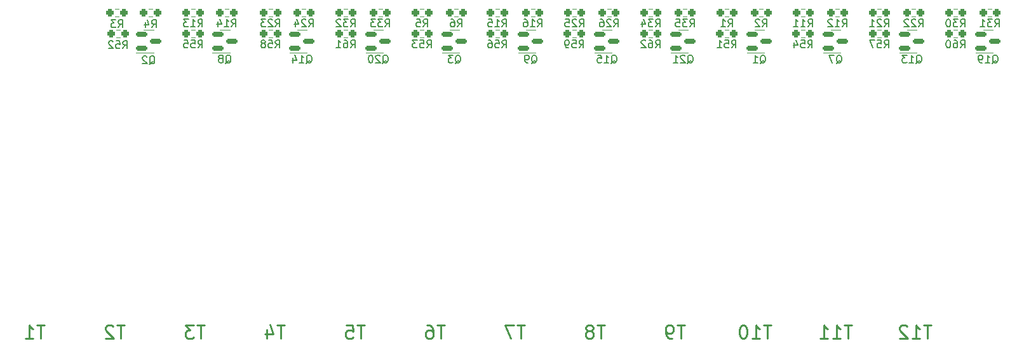
<source format=gbo>
%TF.GenerationSoftware,KiCad,Pcbnew,(6.0.10)*%
%TF.CreationDate,2023-05-07T18:06:42-05:00*%
%TF.ProjectId,Hardware_Rev1,48617264-7761-4726-955f-526576312e6b,rev?*%
%TF.SameCoordinates,Original*%
%TF.FileFunction,Legend,Bot*%
%TF.FilePolarity,Positive*%
%FSLAX46Y46*%
G04 Gerber Fmt 4.6, Leading zero omitted, Abs format (unit mm)*
G04 Created by KiCad (PCBNEW (6.0.10)) date 2023-05-07 18:06:42*
%MOMM*%
%LPD*%
G01*
G04 APERTURE LIST*
G04 Aperture macros list*
%AMRoundRect*
0 Rectangle with rounded corners*
0 $1 Rounding radius*
0 $2 $3 $4 $5 $6 $7 $8 $9 X,Y pos of 4 corners*
0 Add a 4 corners polygon primitive as box body*
4,1,4,$2,$3,$4,$5,$6,$7,$8,$9,$2,$3,0*
0 Add four circle primitives for the rounded corners*
1,1,$1+$1,$2,$3*
1,1,$1+$1,$4,$5*
1,1,$1+$1,$6,$7*
1,1,$1+$1,$8,$9*
0 Add four rect primitives between the rounded corners*
20,1,$1+$1,$2,$3,$4,$5,0*
20,1,$1+$1,$4,$5,$6,$7,0*
20,1,$1+$1,$6,$7,$8,$9,0*
20,1,$1+$1,$8,$9,$2,$3,0*%
G04 Aperture macros list end*
%ADD10C,0.254000*%
%ADD11C,0.150000*%
%ADD12C,0.120000*%
%ADD13O,3.000000X5.100000*%
%ADD14C,2.946400*%
%ADD15R,1.600000X1.600000*%
%ADD16C,1.600000*%
%ADD17C,1.524000*%
%ADD18C,1.100000*%
%ADD19C,1.400000*%
%ADD20C,4.000000*%
%ADD21C,2.000000*%
%ADD22C,1.308000*%
%ADD23C,1.208000*%
%ADD24RoundRect,0.237500X-0.250000X-0.237500X0.250000X-0.237500X0.250000X0.237500X-0.250000X0.237500X0*%
%ADD25RoundRect,0.150000X-0.587500X-0.150000X0.587500X-0.150000X0.587500X0.150000X-0.587500X0.150000X0*%
G04 APERTURE END LIST*
D10*
X188129333Y-121708333D02*
X187113333Y-121708333D01*
X187621333Y-123486333D02*
X187621333Y-121708333D01*
X185589333Y-123486333D02*
X186605333Y-123486333D01*
X186097333Y-123486333D02*
X186097333Y-121708333D01*
X186266666Y-121962333D01*
X186436000Y-122131666D01*
X186605333Y-122216333D01*
X184488666Y-121708333D02*
X184319333Y-121708333D01*
X184150000Y-121793000D01*
X184065333Y-121877666D01*
X183980666Y-122047000D01*
X183896000Y-122385666D01*
X183896000Y-122809000D01*
X183980666Y-123147666D01*
X184065333Y-123317000D01*
X184150000Y-123401666D01*
X184319333Y-123486333D01*
X184488666Y-123486333D01*
X184658000Y-123401666D01*
X184742666Y-123317000D01*
X184827333Y-123147666D01*
X184912000Y-122809000D01*
X184912000Y-122385666D01*
X184827333Y-122047000D01*
X184742666Y-121877666D01*
X184658000Y-121793000D01*
X184488666Y-121708333D01*
X155278666Y-121708333D02*
X154262666Y-121708333D01*
X154770666Y-123486333D02*
X154770666Y-121708333D01*
X153839333Y-121708333D02*
X152654000Y-121708333D01*
X153416000Y-123486333D01*
X101938666Y-121708333D02*
X100922666Y-121708333D01*
X101430666Y-123486333D02*
X101430666Y-121708333D01*
X100414666Y-121877666D02*
X100330000Y-121793000D01*
X100160666Y-121708333D01*
X99737333Y-121708333D01*
X99568000Y-121793000D01*
X99483333Y-121877666D01*
X99398666Y-122047000D01*
X99398666Y-122216333D01*
X99483333Y-122470333D01*
X100499333Y-123486333D01*
X99398666Y-123486333D01*
X133942666Y-121708333D02*
X132926666Y-121708333D01*
X133434666Y-123486333D02*
X133434666Y-121708333D01*
X131487333Y-121708333D02*
X132334000Y-121708333D01*
X132418666Y-122555000D01*
X132334000Y-122470333D01*
X132164666Y-122385666D01*
X131741333Y-122385666D01*
X131572000Y-122470333D01*
X131487333Y-122555000D01*
X131402666Y-122724333D01*
X131402666Y-123147666D01*
X131487333Y-123317000D01*
X131572000Y-123401666D01*
X131741333Y-123486333D01*
X132164666Y-123486333D01*
X132334000Y-123401666D01*
X132418666Y-123317000D01*
X112606666Y-121708333D02*
X111590666Y-121708333D01*
X112098666Y-123486333D02*
X112098666Y-121708333D01*
X111167333Y-121708333D02*
X110066666Y-121708333D01*
X110659333Y-122385666D01*
X110405333Y-122385666D01*
X110236000Y-122470333D01*
X110151333Y-122555000D01*
X110066666Y-122724333D01*
X110066666Y-123147666D01*
X110151333Y-123317000D01*
X110236000Y-123401666D01*
X110405333Y-123486333D01*
X110913333Y-123486333D01*
X111082666Y-123401666D01*
X111167333Y-123317000D01*
X123274666Y-121708333D02*
X122258666Y-121708333D01*
X122766666Y-123486333D02*
X122766666Y-121708333D01*
X120904000Y-122301000D02*
X120904000Y-123486333D01*
X121327333Y-121623666D02*
X121750666Y-122893666D01*
X120650000Y-122893666D01*
X198924333Y-121708333D02*
X197908333Y-121708333D01*
X198416333Y-123486333D02*
X198416333Y-121708333D01*
X196384333Y-123486333D02*
X197400333Y-123486333D01*
X196892333Y-123486333D02*
X196892333Y-121708333D01*
X197061666Y-121962333D01*
X197231000Y-122131666D01*
X197400333Y-122216333D01*
X194691000Y-123486333D02*
X195707000Y-123486333D01*
X195199000Y-123486333D02*
X195199000Y-121708333D01*
X195368333Y-121962333D01*
X195537666Y-122131666D01*
X195707000Y-122216333D01*
X209465333Y-121708333D02*
X208449333Y-121708333D01*
X208957333Y-123486333D02*
X208957333Y-121708333D01*
X206925333Y-123486333D02*
X207941333Y-123486333D01*
X207433333Y-123486333D02*
X207433333Y-121708333D01*
X207602666Y-121962333D01*
X207772000Y-122131666D01*
X207941333Y-122216333D01*
X206248000Y-121877666D02*
X206163333Y-121793000D01*
X205994000Y-121708333D01*
X205570666Y-121708333D01*
X205401333Y-121793000D01*
X205316666Y-121877666D01*
X205232000Y-122047000D01*
X205232000Y-122216333D01*
X205316666Y-122470333D01*
X206332666Y-123486333D01*
X205232000Y-123486333D01*
X165946666Y-121708333D02*
X164930666Y-121708333D01*
X165438666Y-123486333D02*
X165438666Y-121708333D01*
X164084000Y-122470333D02*
X164253333Y-122385666D01*
X164338000Y-122301000D01*
X164422666Y-122131666D01*
X164422666Y-122047000D01*
X164338000Y-121877666D01*
X164253333Y-121793000D01*
X164084000Y-121708333D01*
X163745333Y-121708333D01*
X163576000Y-121793000D01*
X163491333Y-121877666D01*
X163406666Y-122047000D01*
X163406666Y-122131666D01*
X163491333Y-122301000D01*
X163576000Y-122385666D01*
X163745333Y-122470333D01*
X164084000Y-122470333D01*
X164253333Y-122555000D01*
X164338000Y-122639666D01*
X164422666Y-122809000D01*
X164422666Y-123147666D01*
X164338000Y-123317000D01*
X164253333Y-123401666D01*
X164084000Y-123486333D01*
X163745333Y-123486333D01*
X163576000Y-123401666D01*
X163491333Y-123317000D01*
X163406666Y-123147666D01*
X163406666Y-122809000D01*
X163491333Y-122639666D01*
X163576000Y-122555000D01*
X163745333Y-122470333D01*
X144610666Y-121708333D02*
X143594666Y-121708333D01*
X144102666Y-123486333D02*
X144102666Y-121708333D01*
X142240000Y-121708333D02*
X142578666Y-121708333D01*
X142748000Y-121793000D01*
X142832666Y-121877666D01*
X143002000Y-122131666D01*
X143086666Y-122470333D01*
X143086666Y-123147666D01*
X143002000Y-123317000D01*
X142917333Y-123401666D01*
X142748000Y-123486333D01*
X142409333Y-123486333D01*
X142240000Y-123401666D01*
X142155333Y-123317000D01*
X142070666Y-123147666D01*
X142070666Y-122724333D01*
X142155333Y-122555000D01*
X142240000Y-122470333D01*
X142409333Y-122385666D01*
X142748000Y-122385666D01*
X142917333Y-122470333D01*
X143002000Y-122555000D01*
X143086666Y-122724333D01*
X176614666Y-121708333D02*
X175598666Y-121708333D01*
X176106666Y-123486333D02*
X176106666Y-121708333D01*
X174921333Y-123486333D02*
X174582666Y-123486333D01*
X174413333Y-123401666D01*
X174328666Y-123317000D01*
X174159333Y-123063000D01*
X174074666Y-122724333D01*
X174074666Y-122047000D01*
X174159333Y-121877666D01*
X174244000Y-121793000D01*
X174413333Y-121708333D01*
X174752000Y-121708333D01*
X174921333Y-121793000D01*
X175006000Y-121877666D01*
X175090666Y-122047000D01*
X175090666Y-122470333D01*
X175006000Y-122639666D01*
X174921333Y-122724333D01*
X174752000Y-122809000D01*
X174413333Y-122809000D01*
X174244000Y-122724333D01*
X174159333Y-122639666D01*
X174074666Y-122470333D01*
X91270666Y-121708333D02*
X90254666Y-121708333D01*
X90762666Y-123486333D02*
X90762666Y-121708333D01*
X88730666Y-123486333D02*
X89746666Y-123486333D01*
X89238666Y-123486333D02*
X89238666Y-121708333D01*
X89408000Y-121962333D01*
X89577333Y-122131666D01*
X89746666Y-122216333D01*
D11*
X105576666Y-81986380D02*
X105910000Y-81510190D01*
X106148095Y-81986380D02*
X106148095Y-80986380D01*
X105767142Y-80986380D01*
X105671904Y-81034000D01*
X105624285Y-81081619D01*
X105576666Y-81176857D01*
X105576666Y-81319714D01*
X105624285Y-81414952D01*
X105671904Y-81462571D01*
X105767142Y-81510190D01*
X106148095Y-81510190D01*
X104719523Y-81319714D02*
X104719523Y-81986380D01*
X104957619Y-80938761D02*
X105195714Y-81653047D01*
X104576666Y-81653047D01*
X111744357Y-81892380D02*
X112077690Y-81416190D01*
X112315785Y-81892380D02*
X112315785Y-80892380D01*
X111934833Y-80892380D01*
X111839595Y-80940000D01*
X111791976Y-80987619D01*
X111744357Y-81082857D01*
X111744357Y-81225714D01*
X111791976Y-81320952D01*
X111839595Y-81368571D01*
X111934833Y-81416190D01*
X112315785Y-81416190D01*
X110791976Y-81892380D02*
X111363404Y-81892380D01*
X111077690Y-81892380D02*
X111077690Y-80892380D01*
X111172928Y-81035238D01*
X111268166Y-81130476D01*
X111363404Y-81178095D01*
X110458642Y-80892380D02*
X109839595Y-80892380D01*
X110172928Y-81273333D01*
X110030071Y-81273333D01*
X109934833Y-81320952D01*
X109887214Y-81368571D01*
X109839595Y-81463809D01*
X109839595Y-81701904D01*
X109887214Y-81797142D01*
X109934833Y-81844761D01*
X110030071Y-81892380D01*
X110315785Y-81892380D01*
X110411023Y-81844761D01*
X110458642Y-81797142D01*
X146343666Y-81892380D02*
X146677000Y-81416190D01*
X146915095Y-81892380D02*
X146915095Y-80892380D01*
X146534142Y-80892380D01*
X146438904Y-80940000D01*
X146391285Y-80987619D01*
X146343666Y-81082857D01*
X146343666Y-81225714D01*
X146391285Y-81320952D01*
X146438904Y-81368571D01*
X146534142Y-81416190D01*
X146915095Y-81416190D01*
X145486523Y-80892380D02*
X145677000Y-80892380D01*
X145772238Y-80940000D01*
X145819857Y-80987619D01*
X145915095Y-81130476D01*
X145962714Y-81320952D01*
X145962714Y-81701904D01*
X145915095Y-81797142D01*
X145867476Y-81844761D01*
X145772238Y-81892380D01*
X145581761Y-81892380D01*
X145486523Y-81844761D01*
X145438904Y-81797142D01*
X145391285Y-81701904D01*
X145391285Y-81463809D01*
X145438904Y-81368571D01*
X145486523Y-81320952D01*
X145581761Y-81273333D01*
X145772238Y-81273333D01*
X145867476Y-81320952D01*
X145915095Y-81368571D01*
X145962714Y-81463809D01*
X101108166Y-81986380D02*
X101441500Y-81510190D01*
X101679595Y-81986380D02*
X101679595Y-80986380D01*
X101298642Y-80986380D01*
X101203404Y-81034000D01*
X101155785Y-81081619D01*
X101108166Y-81176857D01*
X101108166Y-81319714D01*
X101155785Y-81414952D01*
X101203404Y-81462571D01*
X101298642Y-81510190D01*
X101679595Y-81510190D01*
X100774833Y-80986380D02*
X100155785Y-80986380D01*
X100489119Y-81367333D01*
X100346261Y-81367333D01*
X100251023Y-81414952D01*
X100203404Y-81462571D01*
X100155785Y-81557809D01*
X100155785Y-81795904D01*
X100203404Y-81891142D01*
X100251023Y-81938761D01*
X100346261Y-81986380D01*
X100631976Y-81986380D01*
X100727214Y-81938761D01*
X100774833Y-81891142D01*
X146018238Y-86767619D02*
X146113476Y-86720000D01*
X146208714Y-86624761D01*
X146351571Y-86481904D01*
X146446809Y-86434285D01*
X146542047Y-86434285D01*
X146494428Y-86672380D02*
X146589666Y-86624761D01*
X146684904Y-86529523D01*
X146732523Y-86339047D01*
X146732523Y-86005714D01*
X146684904Y-85815238D01*
X146589666Y-85720000D01*
X146494428Y-85672380D01*
X146303952Y-85672380D01*
X146208714Y-85720000D01*
X146113476Y-85815238D01*
X146065857Y-86005714D01*
X146065857Y-86339047D01*
X146113476Y-86529523D01*
X146208714Y-86624761D01*
X146303952Y-86672380D01*
X146494428Y-86672380D01*
X145732523Y-85672380D02*
X145113476Y-85672380D01*
X145446809Y-86053333D01*
X145303952Y-86053333D01*
X145208714Y-86100952D01*
X145161095Y-86148571D01*
X145113476Y-86243809D01*
X145113476Y-86481904D01*
X145161095Y-86577142D01*
X145208714Y-86624761D01*
X145303952Y-86672380D01*
X145589666Y-86672380D01*
X145684904Y-86624761D01*
X145732523Y-86577142D01*
X203207857Y-81892380D02*
X203541190Y-81416190D01*
X203779285Y-81892380D02*
X203779285Y-80892380D01*
X203398333Y-80892380D01*
X203303095Y-80940000D01*
X203255476Y-80987619D01*
X203207857Y-81082857D01*
X203207857Y-81225714D01*
X203255476Y-81320952D01*
X203303095Y-81368571D01*
X203398333Y-81416190D01*
X203779285Y-81416190D01*
X202826904Y-80987619D02*
X202779285Y-80940000D01*
X202684047Y-80892380D01*
X202445952Y-80892380D01*
X202350714Y-80940000D01*
X202303095Y-80987619D01*
X202255476Y-81082857D01*
X202255476Y-81178095D01*
X202303095Y-81320952D01*
X202874523Y-81892380D01*
X202255476Y-81892380D01*
X201303095Y-81892380D02*
X201874523Y-81892380D01*
X201588809Y-81892380D02*
X201588809Y-80892380D01*
X201684047Y-81035238D01*
X201779285Y-81130476D01*
X201874523Y-81178095D01*
X152280857Y-81892380D02*
X152614190Y-81416190D01*
X152852285Y-81892380D02*
X152852285Y-80892380D01*
X152471333Y-80892380D01*
X152376095Y-80940000D01*
X152328476Y-80987619D01*
X152280857Y-81082857D01*
X152280857Y-81225714D01*
X152328476Y-81320952D01*
X152376095Y-81368571D01*
X152471333Y-81416190D01*
X152852285Y-81416190D01*
X151328476Y-81892380D02*
X151899904Y-81892380D01*
X151614190Y-81892380D02*
X151614190Y-80892380D01*
X151709428Y-81035238D01*
X151804666Y-81130476D01*
X151899904Y-81178095D01*
X150423714Y-80892380D02*
X150899904Y-80892380D01*
X150947523Y-81368571D01*
X150899904Y-81320952D01*
X150804666Y-81273333D01*
X150566571Y-81273333D01*
X150471333Y-81320952D01*
X150423714Y-81368571D01*
X150376095Y-81463809D01*
X150376095Y-81701904D01*
X150423714Y-81797142D01*
X150471333Y-81844761D01*
X150566571Y-81892380D01*
X150804666Y-81892380D01*
X150899904Y-81844761D01*
X150947523Y-81797142D01*
X132087857Y-84686380D02*
X132421190Y-84210190D01*
X132659285Y-84686380D02*
X132659285Y-83686380D01*
X132278333Y-83686380D01*
X132183095Y-83734000D01*
X132135476Y-83781619D01*
X132087857Y-83876857D01*
X132087857Y-84019714D01*
X132135476Y-84114952D01*
X132183095Y-84162571D01*
X132278333Y-84210190D01*
X132659285Y-84210190D01*
X131230714Y-83686380D02*
X131421190Y-83686380D01*
X131516428Y-83734000D01*
X131564047Y-83781619D01*
X131659285Y-83924476D01*
X131706904Y-84114952D01*
X131706904Y-84495904D01*
X131659285Y-84591142D01*
X131611666Y-84638761D01*
X131516428Y-84686380D01*
X131325952Y-84686380D01*
X131230714Y-84638761D01*
X131183095Y-84591142D01*
X131135476Y-84495904D01*
X131135476Y-84257809D01*
X131183095Y-84162571D01*
X131230714Y-84114952D01*
X131325952Y-84067333D01*
X131516428Y-84067333D01*
X131611666Y-84114952D01*
X131659285Y-84162571D01*
X131706904Y-84257809D01*
X130183095Y-84686380D02*
X130754523Y-84686380D01*
X130468809Y-84686380D02*
X130468809Y-83686380D01*
X130564047Y-83829238D01*
X130659285Y-83924476D01*
X130754523Y-83972095D01*
X176974428Y-86767619D02*
X177069666Y-86720000D01*
X177164904Y-86624761D01*
X177307761Y-86481904D01*
X177403000Y-86434285D01*
X177498238Y-86434285D01*
X177450619Y-86672380D02*
X177545857Y-86624761D01*
X177641095Y-86529523D01*
X177688714Y-86339047D01*
X177688714Y-86005714D01*
X177641095Y-85815238D01*
X177545857Y-85720000D01*
X177450619Y-85672380D01*
X177260142Y-85672380D01*
X177164904Y-85720000D01*
X177069666Y-85815238D01*
X177022047Y-86005714D01*
X177022047Y-86339047D01*
X177069666Y-86529523D01*
X177164904Y-86624761D01*
X177260142Y-86672380D01*
X177450619Y-86672380D01*
X176641095Y-85767619D02*
X176593476Y-85720000D01*
X176498238Y-85672380D01*
X176260142Y-85672380D01*
X176164904Y-85720000D01*
X176117285Y-85767619D01*
X176069666Y-85862857D01*
X176069666Y-85958095D01*
X176117285Y-86100952D01*
X176688714Y-86672380D01*
X176069666Y-86672380D01*
X175117285Y-86672380D02*
X175688714Y-86672380D01*
X175403000Y-86672380D02*
X175403000Y-85672380D01*
X175498238Y-85815238D01*
X175593476Y-85910476D01*
X175688714Y-85958095D01*
X213367857Y-84686380D02*
X213701190Y-84210190D01*
X213939285Y-84686380D02*
X213939285Y-83686380D01*
X213558333Y-83686380D01*
X213463095Y-83734000D01*
X213415476Y-83781619D01*
X213367857Y-83876857D01*
X213367857Y-84019714D01*
X213415476Y-84114952D01*
X213463095Y-84162571D01*
X213558333Y-84210190D01*
X213939285Y-84210190D01*
X212510714Y-83686380D02*
X212701190Y-83686380D01*
X212796428Y-83734000D01*
X212844047Y-83781619D01*
X212939285Y-83924476D01*
X212986904Y-84114952D01*
X212986904Y-84495904D01*
X212939285Y-84591142D01*
X212891666Y-84638761D01*
X212796428Y-84686380D01*
X212605952Y-84686380D01*
X212510714Y-84638761D01*
X212463095Y-84591142D01*
X212415476Y-84495904D01*
X212415476Y-84257809D01*
X212463095Y-84162571D01*
X212510714Y-84114952D01*
X212605952Y-84067333D01*
X212796428Y-84067333D01*
X212891666Y-84114952D01*
X212939285Y-84162571D01*
X212986904Y-84257809D01*
X211796428Y-83686380D02*
X211701190Y-83686380D01*
X211605952Y-83734000D01*
X211558333Y-83781619D01*
X211510714Y-83876857D01*
X211463095Y-84067333D01*
X211463095Y-84305428D01*
X211510714Y-84495904D01*
X211558333Y-84591142D01*
X211605952Y-84638761D01*
X211701190Y-84686380D01*
X211796428Y-84686380D01*
X211891666Y-84638761D01*
X211939285Y-84591142D01*
X211986904Y-84495904D01*
X212034523Y-84305428D01*
X212034523Y-84067333D01*
X211986904Y-83876857D01*
X211939285Y-83781619D01*
X211891666Y-83734000D01*
X211796428Y-83686380D01*
X136683357Y-81892380D02*
X137016690Y-81416190D01*
X137254785Y-81892380D02*
X137254785Y-80892380D01*
X136873833Y-80892380D01*
X136778595Y-80940000D01*
X136730976Y-80987619D01*
X136683357Y-81082857D01*
X136683357Y-81225714D01*
X136730976Y-81320952D01*
X136778595Y-81368571D01*
X136873833Y-81416190D01*
X137254785Y-81416190D01*
X136350023Y-80892380D02*
X135730976Y-80892380D01*
X136064309Y-81273333D01*
X135921452Y-81273333D01*
X135826214Y-81320952D01*
X135778595Y-81368571D01*
X135730976Y-81463809D01*
X135730976Y-81701904D01*
X135778595Y-81797142D01*
X135826214Y-81844761D01*
X135921452Y-81892380D01*
X136207166Y-81892380D01*
X136302404Y-81844761D01*
X136350023Y-81797142D01*
X135397642Y-80892380D02*
X134778595Y-80892380D01*
X135111928Y-81273333D01*
X134969071Y-81273333D01*
X134873833Y-81320952D01*
X134826214Y-81368571D01*
X134778595Y-81463809D01*
X134778595Y-81701904D01*
X134826214Y-81797142D01*
X134873833Y-81844761D01*
X134969071Y-81892380D01*
X135254785Y-81892380D01*
X135350023Y-81844761D01*
X135397642Y-81797142D01*
X132087857Y-81892380D02*
X132421190Y-81416190D01*
X132659285Y-81892380D02*
X132659285Y-80892380D01*
X132278333Y-80892380D01*
X132183095Y-80940000D01*
X132135476Y-80987619D01*
X132087857Y-81082857D01*
X132087857Y-81225714D01*
X132135476Y-81320952D01*
X132183095Y-81368571D01*
X132278333Y-81416190D01*
X132659285Y-81416190D01*
X131754523Y-80892380D02*
X131135476Y-80892380D01*
X131468809Y-81273333D01*
X131325952Y-81273333D01*
X131230714Y-81320952D01*
X131183095Y-81368571D01*
X131135476Y-81463809D01*
X131135476Y-81701904D01*
X131183095Y-81797142D01*
X131230714Y-81844761D01*
X131325952Y-81892380D01*
X131611666Y-81892380D01*
X131706904Y-81844761D01*
X131754523Y-81797142D01*
X130754523Y-80987619D02*
X130706904Y-80940000D01*
X130611666Y-80892380D01*
X130373571Y-80892380D01*
X130278333Y-80940000D01*
X130230714Y-80987619D01*
X130183095Y-81082857D01*
X130183095Y-81178095D01*
X130230714Y-81320952D01*
X130802142Y-81892380D01*
X130183095Y-81892380D01*
X162567857Y-81892380D02*
X162901190Y-81416190D01*
X163139285Y-81892380D02*
X163139285Y-80892380D01*
X162758333Y-80892380D01*
X162663095Y-80940000D01*
X162615476Y-80987619D01*
X162567857Y-81082857D01*
X162567857Y-81225714D01*
X162615476Y-81320952D01*
X162663095Y-81368571D01*
X162758333Y-81416190D01*
X163139285Y-81416190D01*
X162186904Y-80987619D02*
X162139285Y-80940000D01*
X162044047Y-80892380D01*
X161805952Y-80892380D01*
X161710714Y-80940000D01*
X161663095Y-80987619D01*
X161615476Y-81082857D01*
X161615476Y-81178095D01*
X161663095Y-81320952D01*
X162234523Y-81892380D01*
X161615476Y-81892380D01*
X160710714Y-80892380D02*
X161186904Y-80892380D01*
X161234523Y-81368571D01*
X161186904Y-81320952D01*
X161091666Y-81273333D01*
X160853571Y-81273333D01*
X160758333Y-81320952D01*
X160710714Y-81368571D01*
X160663095Y-81463809D01*
X160663095Y-81701904D01*
X160710714Y-81797142D01*
X160758333Y-81844761D01*
X160853571Y-81892380D01*
X161091666Y-81892380D01*
X161186904Y-81844761D01*
X161234523Y-81797142D01*
X105251238Y-86907619D02*
X105346476Y-86860000D01*
X105441714Y-86764761D01*
X105584571Y-86621904D01*
X105679809Y-86574285D01*
X105775047Y-86574285D01*
X105727428Y-86812380D02*
X105822666Y-86764761D01*
X105917904Y-86669523D01*
X105965523Y-86479047D01*
X105965523Y-86145714D01*
X105917904Y-85955238D01*
X105822666Y-85860000D01*
X105727428Y-85812380D01*
X105536952Y-85812380D01*
X105441714Y-85860000D01*
X105346476Y-85955238D01*
X105298857Y-86145714D01*
X105298857Y-86479047D01*
X105346476Y-86669523D01*
X105441714Y-86764761D01*
X105536952Y-86812380D01*
X105727428Y-86812380D01*
X104917904Y-85907619D02*
X104870285Y-85860000D01*
X104775047Y-85812380D01*
X104536952Y-85812380D01*
X104441714Y-85860000D01*
X104394095Y-85907619D01*
X104346476Y-86002857D01*
X104346476Y-86098095D01*
X104394095Y-86240952D01*
X104965523Y-86812380D01*
X104346476Y-86812380D01*
X172727857Y-81892380D02*
X173061190Y-81416190D01*
X173299285Y-81892380D02*
X173299285Y-80892380D01*
X172918333Y-80892380D01*
X172823095Y-80940000D01*
X172775476Y-80987619D01*
X172727857Y-81082857D01*
X172727857Y-81225714D01*
X172775476Y-81320952D01*
X172823095Y-81368571D01*
X172918333Y-81416190D01*
X173299285Y-81416190D01*
X172394523Y-80892380D02*
X171775476Y-80892380D01*
X172108809Y-81273333D01*
X171965952Y-81273333D01*
X171870714Y-81320952D01*
X171823095Y-81368571D01*
X171775476Y-81463809D01*
X171775476Y-81701904D01*
X171823095Y-81797142D01*
X171870714Y-81844761D01*
X171965952Y-81892380D01*
X172251666Y-81892380D01*
X172346904Y-81844761D01*
X172394523Y-81797142D01*
X170918333Y-81225714D02*
X170918333Y-81892380D01*
X171156428Y-80844761D02*
X171394523Y-81559047D01*
X170775476Y-81559047D01*
X122054857Y-84686380D02*
X122388190Y-84210190D01*
X122626285Y-84686380D02*
X122626285Y-83686380D01*
X122245333Y-83686380D01*
X122150095Y-83734000D01*
X122102476Y-83781619D01*
X122054857Y-83876857D01*
X122054857Y-84019714D01*
X122102476Y-84114952D01*
X122150095Y-84162571D01*
X122245333Y-84210190D01*
X122626285Y-84210190D01*
X121150095Y-83686380D02*
X121626285Y-83686380D01*
X121673904Y-84162571D01*
X121626285Y-84114952D01*
X121531047Y-84067333D01*
X121292952Y-84067333D01*
X121197714Y-84114952D01*
X121150095Y-84162571D01*
X121102476Y-84257809D01*
X121102476Y-84495904D01*
X121150095Y-84591142D01*
X121197714Y-84638761D01*
X121292952Y-84686380D01*
X121531047Y-84686380D01*
X121626285Y-84638761D01*
X121673904Y-84591142D01*
X120531047Y-84114952D02*
X120626285Y-84067333D01*
X120673904Y-84019714D01*
X120721523Y-83924476D01*
X120721523Y-83876857D01*
X120673904Y-83781619D01*
X120626285Y-83734000D01*
X120531047Y-83686380D01*
X120340571Y-83686380D01*
X120245333Y-83734000D01*
X120197714Y-83781619D01*
X120150095Y-83876857D01*
X120150095Y-83924476D01*
X120197714Y-84019714D01*
X120245333Y-84067333D01*
X120340571Y-84114952D01*
X120531047Y-84114952D01*
X120626285Y-84162571D01*
X120673904Y-84210190D01*
X120721523Y-84305428D01*
X120721523Y-84495904D01*
X120673904Y-84591142D01*
X120626285Y-84638761D01*
X120531047Y-84686380D01*
X120340571Y-84686380D01*
X120245333Y-84638761D01*
X120197714Y-84591142D01*
X120150095Y-84495904D01*
X120150095Y-84305428D01*
X120197714Y-84210190D01*
X120245333Y-84162571D01*
X120340571Y-84114952D01*
X193047857Y-81892380D02*
X193381190Y-81416190D01*
X193619285Y-81892380D02*
X193619285Y-80892380D01*
X193238333Y-80892380D01*
X193143095Y-80940000D01*
X193095476Y-80987619D01*
X193047857Y-81082857D01*
X193047857Y-81225714D01*
X193095476Y-81320952D01*
X193143095Y-81368571D01*
X193238333Y-81416190D01*
X193619285Y-81416190D01*
X192095476Y-81892380D02*
X192666904Y-81892380D01*
X192381190Y-81892380D02*
X192381190Y-80892380D01*
X192476428Y-81035238D01*
X192571666Y-81130476D01*
X192666904Y-81178095D01*
X191143095Y-81892380D02*
X191714523Y-81892380D01*
X191428809Y-81892380D02*
X191428809Y-80892380D01*
X191524047Y-81035238D01*
X191619285Y-81130476D01*
X191714523Y-81178095D01*
X142247857Y-84686380D02*
X142581190Y-84210190D01*
X142819285Y-84686380D02*
X142819285Y-83686380D01*
X142438333Y-83686380D01*
X142343095Y-83734000D01*
X142295476Y-83781619D01*
X142247857Y-83876857D01*
X142247857Y-84019714D01*
X142295476Y-84114952D01*
X142343095Y-84162571D01*
X142438333Y-84210190D01*
X142819285Y-84210190D01*
X141343095Y-83686380D02*
X141819285Y-83686380D01*
X141866904Y-84162571D01*
X141819285Y-84114952D01*
X141724047Y-84067333D01*
X141485952Y-84067333D01*
X141390714Y-84114952D01*
X141343095Y-84162571D01*
X141295476Y-84257809D01*
X141295476Y-84495904D01*
X141343095Y-84591142D01*
X141390714Y-84638761D01*
X141485952Y-84686380D01*
X141724047Y-84686380D01*
X141819285Y-84638761D01*
X141866904Y-84591142D01*
X140962142Y-83686380D02*
X140343095Y-83686380D01*
X140676428Y-84067333D01*
X140533571Y-84067333D01*
X140438333Y-84114952D01*
X140390714Y-84162571D01*
X140343095Y-84257809D01*
X140343095Y-84495904D01*
X140390714Y-84591142D01*
X140438333Y-84638761D01*
X140533571Y-84686380D01*
X140819285Y-84686380D01*
X140914523Y-84638761D01*
X140962142Y-84591142D01*
X207779857Y-81892380D02*
X208113190Y-81416190D01*
X208351285Y-81892380D02*
X208351285Y-80892380D01*
X207970333Y-80892380D01*
X207875095Y-80940000D01*
X207827476Y-80987619D01*
X207779857Y-81082857D01*
X207779857Y-81225714D01*
X207827476Y-81320952D01*
X207875095Y-81368571D01*
X207970333Y-81416190D01*
X208351285Y-81416190D01*
X207398904Y-80987619D02*
X207351285Y-80940000D01*
X207256047Y-80892380D01*
X207017952Y-80892380D01*
X206922714Y-80940000D01*
X206875095Y-80987619D01*
X206827476Y-81082857D01*
X206827476Y-81178095D01*
X206875095Y-81320952D01*
X207446523Y-81892380D01*
X206827476Y-81892380D01*
X206446523Y-80987619D02*
X206398904Y-80940000D01*
X206303666Y-80892380D01*
X206065571Y-80892380D01*
X205970333Y-80940000D01*
X205922714Y-80987619D01*
X205875095Y-81082857D01*
X205875095Y-81178095D01*
X205922714Y-81320952D01*
X206494142Y-81892380D01*
X205875095Y-81892380D01*
X182411666Y-81892380D02*
X182745000Y-81416190D01*
X182983095Y-81892380D02*
X182983095Y-80892380D01*
X182602142Y-80892380D01*
X182506904Y-80940000D01*
X182459285Y-80987619D01*
X182411666Y-81082857D01*
X182411666Y-81225714D01*
X182459285Y-81320952D01*
X182506904Y-81368571D01*
X182602142Y-81416190D01*
X182983095Y-81416190D01*
X181459285Y-81892380D02*
X182030714Y-81892380D01*
X181745000Y-81892380D02*
X181745000Y-80892380D01*
X181840238Y-81035238D01*
X181935476Y-81130476D01*
X182030714Y-81178095D01*
X196818238Y-86767619D02*
X196913476Y-86720000D01*
X197008714Y-86624761D01*
X197151571Y-86481904D01*
X197246809Y-86434285D01*
X197342047Y-86434285D01*
X197294428Y-86672380D02*
X197389666Y-86624761D01*
X197484904Y-86529523D01*
X197532523Y-86339047D01*
X197532523Y-86005714D01*
X197484904Y-85815238D01*
X197389666Y-85720000D01*
X197294428Y-85672380D01*
X197103952Y-85672380D01*
X197008714Y-85720000D01*
X196913476Y-85815238D01*
X196865857Y-86005714D01*
X196865857Y-86339047D01*
X196913476Y-86529523D01*
X197008714Y-86624761D01*
X197103952Y-86672380D01*
X197294428Y-86672380D01*
X196532523Y-85672380D02*
X195865857Y-85672380D01*
X196294428Y-86672380D01*
X115411238Y-86767619D02*
X115506476Y-86720000D01*
X115601714Y-86624761D01*
X115744571Y-86481904D01*
X115839809Y-86434285D01*
X115935047Y-86434285D01*
X115887428Y-86672380D02*
X115982666Y-86624761D01*
X116077904Y-86529523D01*
X116125523Y-86339047D01*
X116125523Y-86005714D01*
X116077904Y-85815238D01*
X115982666Y-85720000D01*
X115887428Y-85672380D01*
X115696952Y-85672380D01*
X115601714Y-85720000D01*
X115506476Y-85815238D01*
X115458857Y-86005714D01*
X115458857Y-86339047D01*
X115506476Y-86529523D01*
X115601714Y-86624761D01*
X115696952Y-86672380D01*
X115887428Y-86672380D01*
X114887428Y-86100952D02*
X114982666Y-86053333D01*
X115030285Y-86005714D01*
X115077904Y-85910476D01*
X115077904Y-85862857D01*
X115030285Y-85767619D01*
X114982666Y-85720000D01*
X114887428Y-85672380D01*
X114696952Y-85672380D01*
X114601714Y-85720000D01*
X114554095Y-85767619D01*
X114506476Y-85862857D01*
X114506476Y-85910476D01*
X114554095Y-86005714D01*
X114601714Y-86053333D01*
X114696952Y-86100952D01*
X114887428Y-86100952D01*
X114982666Y-86148571D01*
X115030285Y-86196190D01*
X115077904Y-86291428D01*
X115077904Y-86481904D01*
X115030285Y-86577142D01*
X114982666Y-86624761D01*
X114887428Y-86672380D01*
X114696952Y-86672380D01*
X114601714Y-86624761D01*
X114554095Y-86577142D01*
X114506476Y-86481904D01*
X114506476Y-86291428D01*
X114554095Y-86196190D01*
X114601714Y-86148571D01*
X114696952Y-86100952D01*
X217614428Y-86767619D02*
X217709666Y-86720000D01*
X217804904Y-86624761D01*
X217947761Y-86481904D01*
X218043000Y-86434285D01*
X218138238Y-86434285D01*
X218090619Y-86672380D02*
X218185857Y-86624761D01*
X218281095Y-86529523D01*
X218328714Y-86339047D01*
X218328714Y-86005714D01*
X218281095Y-85815238D01*
X218185857Y-85720000D01*
X218090619Y-85672380D01*
X217900142Y-85672380D01*
X217804904Y-85720000D01*
X217709666Y-85815238D01*
X217662047Y-86005714D01*
X217662047Y-86339047D01*
X217709666Y-86529523D01*
X217804904Y-86624761D01*
X217900142Y-86672380D01*
X218090619Y-86672380D01*
X216709666Y-86672380D02*
X217281095Y-86672380D01*
X216995380Y-86672380D02*
X216995380Y-85672380D01*
X217090619Y-85815238D01*
X217185857Y-85910476D01*
X217281095Y-85958095D01*
X216233476Y-86672380D02*
X216043000Y-86672380D01*
X215947761Y-86624761D01*
X215900142Y-86577142D01*
X215804904Y-86434285D01*
X215757285Y-86243809D01*
X215757285Y-85862857D01*
X215804904Y-85767619D01*
X215852523Y-85720000D01*
X215947761Y-85672380D01*
X216138238Y-85672380D01*
X216233476Y-85720000D01*
X216281095Y-85767619D01*
X216328714Y-85862857D01*
X216328714Y-86100952D01*
X216281095Y-86196190D01*
X216233476Y-86243809D01*
X216138238Y-86291428D01*
X215947761Y-86291428D01*
X215852523Y-86243809D01*
X215804904Y-86196190D01*
X215757285Y-86100952D01*
X101734857Y-84780380D02*
X102068190Y-84304190D01*
X102306285Y-84780380D02*
X102306285Y-83780380D01*
X101925333Y-83780380D01*
X101830095Y-83828000D01*
X101782476Y-83875619D01*
X101734857Y-83970857D01*
X101734857Y-84113714D01*
X101782476Y-84208952D01*
X101830095Y-84256571D01*
X101925333Y-84304190D01*
X102306285Y-84304190D01*
X100830095Y-83780380D02*
X101306285Y-83780380D01*
X101353904Y-84256571D01*
X101306285Y-84208952D01*
X101211047Y-84161333D01*
X100972952Y-84161333D01*
X100877714Y-84208952D01*
X100830095Y-84256571D01*
X100782476Y-84351809D01*
X100782476Y-84589904D01*
X100830095Y-84685142D01*
X100877714Y-84732761D01*
X100972952Y-84780380D01*
X101211047Y-84780380D01*
X101306285Y-84732761D01*
X101353904Y-84685142D01*
X100401523Y-83875619D02*
X100353904Y-83828000D01*
X100258666Y-83780380D01*
X100020571Y-83780380D01*
X99925333Y-83828000D01*
X99877714Y-83875619D01*
X99830095Y-83970857D01*
X99830095Y-84066095D01*
X99877714Y-84208952D01*
X100449142Y-84780380D01*
X99830095Y-84780380D01*
X186658238Y-86767619D02*
X186753476Y-86720000D01*
X186848714Y-86624761D01*
X186991571Y-86481904D01*
X187086809Y-86434285D01*
X187182047Y-86434285D01*
X187134428Y-86672380D02*
X187229666Y-86624761D01*
X187324904Y-86529523D01*
X187372523Y-86339047D01*
X187372523Y-86005714D01*
X187324904Y-85815238D01*
X187229666Y-85720000D01*
X187134428Y-85672380D01*
X186943952Y-85672380D01*
X186848714Y-85720000D01*
X186753476Y-85815238D01*
X186705857Y-86005714D01*
X186705857Y-86339047D01*
X186753476Y-86529523D01*
X186848714Y-86624761D01*
X186943952Y-86672380D01*
X187134428Y-86672380D01*
X185753476Y-86672380D02*
X186324904Y-86672380D01*
X186039190Y-86672380D02*
X186039190Y-85672380D01*
X186134428Y-85815238D01*
X186229666Y-85910476D01*
X186324904Y-85958095D01*
X156178238Y-86767619D02*
X156273476Y-86720000D01*
X156368714Y-86624761D01*
X156511571Y-86481904D01*
X156606809Y-86434285D01*
X156702047Y-86434285D01*
X156654428Y-86672380D02*
X156749666Y-86624761D01*
X156844904Y-86529523D01*
X156892523Y-86339047D01*
X156892523Y-86005714D01*
X156844904Y-85815238D01*
X156749666Y-85720000D01*
X156654428Y-85672380D01*
X156463952Y-85672380D01*
X156368714Y-85720000D01*
X156273476Y-85815238D01*
X156225857Y-86005714D01*
X156225857Y-86339047D01*
X156273476Y-86529523D01*
X156368714Y-86624761D01*
X156463952Y-86672380D01*
X156654428Y-86672380D01*
X155749666Y-86672380D02*
X155559190Y-86672380D01*
X155463952Y-86624761D01*
X155416333Y-86577142D01*
X155321095Y-86434285D01*
X155273476Y-86243809D01*
X155273476Y-85862857D01*
X155321095Y-85767619D01*
X155368714Y-85720000D01*
X155463952Y-85672380D01*
X155654428Y-85672380D01*
X155749666Y-85720000D01*
X155797285Y-85767619D01*
X155844904Y-85862857D01*
X155844904Y-86100952D01*
X155797285Y-86196190D01*
X155749666Y-86243809D01*
X155654428Y-86291428D01*
X155463952Y-86291428D01*
X155368714Y-86243809D01*
X155321095Y-86196190D01*
X155273476Y-86100952D01*
X116212857Y-81892380D02*
X116546190Y-81416190D01*
X116784285Y-81892380D02*
X116784285Y-80892380D01*
X116403333Y-80892380D01*
X116308095Y-80940000D01*
X116260476Y-80987619D01*
X116212857Y-81082857D01*
X116212857Y-81225714D01*
X116260476Y-81320952D01*
X116308095Y-81368571D01*
X116403333Y-81416190D01*
X116784285Y-81416190D01*
X115260476Y-81892380D02*
X115831904Y-81892380D01*
X115546190Y-81892380D02*
X115546190Y-80892380D01*
X115641428Y-81035238D01*
X115736666Y-81130476D01*
X115831904Y-81178095D01*
X114403333Y-81225714D02*
X114403333Y-81892380D01*
X114641428Y-80844761D02*
X114879523Y-81559047D01*
X114260476Y-81559047D01*
X217939857Y-81892380D02*
X218273190Y-81416190D01*
X218511285Y-81892380D02*
X218511285Y-80892380D01*
X218130333Y-80892380D01*
X218035095Y-80940000D01*
X217987476Y-80987619D01*
X217939857Y-81082857D01*
X217939857Y-81225714D01*
X217987476Y-81320952D01*
X218035095Y-81368571D01*
X218130333Y-81416190D01*
X218511285Y-81416190D01*
X217606523Y-80892380D02*
X216987476Y-80892380D01*
X217320809Y-81273333D01*
X217177952Y-81273333D01*
X217082714Y-81320952D01*
X217035095Y-81368571D01*
X216987476Y-81463809D01*
X216987476Y-81701904D01*
X217035095Y-81797142D01*
X217082714Y-81844761D01*
X217177952Y-81892380D01*
X217463666Y-81892380D01*
X217558904Y-81844761D01*
X217606523Y-81797142D01*
X216035095Y-81892380D02*
X216606523Y-81892380D01*
X216320809Y-81892380D02*
X216320809Y-80892380D01*
X216416047Y-81035238D01*
X216511285Y-81130476D01*
X216606523Y-81178095D01*
X167163357Y-81892380D02*
X167496690Y-81416190D01*
X167734785Y-81892380D02*
X167734785Y-80892380D01*
X167353833Y-80892380D01*
X167258595Y-80940000D01*
X167210976Y-80987619D01*
X167163357Y-81082857D01*
X167163357Y-81225714D01*
X167210976Y-81320952D01*
X167258595Y-81368571D01*
X167353833Y-81416190D01*
X167734785Y-81416190D01*
X166782404Y-80987619D02*
X166734785Y-80940000D01*
X166639547Y-80892380D01*
X166401452Y-80892380D01*
X166306214Y-80940000D01*
X166258595Y-80987619D01*
X166210976Y-81082857D01*
X166210976Y-81178095D01*
X166258595Y-81320952D01*
X166830023Y-81892380D01*
X166210976Y-81892380D01*
X165353833Y-80892380D02*
X165544309Y-80892380D01*
X165639547Y-80940000D01*
X165687166Y-80987619D01*
X165782404Y-81130476D01*
X165830023Y-81320952D01*
X165830023Y-81701904D01*
X165782404Y-81797142D01*
X165734785Y-81844761D01*
X165639547Y-81892380D01*
X165449071Y-81892380D01*
X165353833Y-81844761D01*
X165306214Y-81797142D01*
X165258595Y-81701904D01*
X165258595Y-81463809D01*
X165306214Y-81368571D01*
X165353833Y-81320952D01*
X165449071Y-81273333D01*
X165639547Y-81273333D01*
X165734785Y-81320952D01*
X165782404Y-81368571D01*
X165830023Y-81463809D01*
X122054857Y-81892380D02*
X122388190Y-81416190D01*
X122626285Y-81892380D02*
X122626285Y-80892380D01*
X122245333Y-80892380D01*
X122150095Y-80940000D01*
X122102476Y-80987619D01*
X122054857Y-81082857D01*
X122054857Y-81225714D01*
X122102476Y-81320952D01*
X122150095Y-81368571D01*
X122245333Y-81416190D01*
X122626285Y-81416190D01*
X121673904Y-80987619D02*
X121626285Y-80940000D01*
X121531047Y-80892380D01*
X121292952Y-80892380D01*
X121197714Y-80940000D01*
X121150095Y-80987619D01*
X121102476Y-81082857D01*
X121102476Y-81178095D01*
X121150095Y-81320952D01*
X121721523Y-81892380D01*
X121102476Y-81892380D01*
X120769142Y-80892380D02*
X120150095Y-80892380D01*
X120483428Y-81273333D01*
X120340571Y-81273333D01*
X120245333Y-81320952D01*
X120197714Y-81368571D01*
X120150095Y-81463809D01*
X120150095Y-81701904D01*
X120197714Y-81797142D01*
X120245333Y-81844761D01*
X120340571Y-81892380D01*
X120626285Y-81892380D01*
X120721523Y-81844761D01*
X120769142Y-81797142D01*
X162544357Y-84686380D02*
X162877690Y-84210190D01*
X163115785Y-84686380D02*
X163115785Y-83686380D01*
X162734833Y-83686380D01*
X162639595Y-83734000D01*
X162591976Y-83781619D01*
X162544357Y-83876857D01*
X162544357Y-84019714D01*
X162591976Y-84114952D01*
X162639595Y-84162571D01*
X162734833Y-84210190D01*
X163115785Y-84210190D01*
X161639595Y-83686380D02*
X162115785Y-83686380D01*
X162163404Y-84162571D01*
X162115785Y-84114952D01*
X162020547Y-84067333D01*
X161782452Y-84067333D01*
X161687214Y-84114952D01*
X161639595Y-84162571D01*
X161591976Y-84257809D01*
X161591976Y-84495904D01*
X161639595Y-84591142D01*
X161687214Y-84638761D01*
X161782452Y-84686380D01*
X162020547Y-84686380D01*
X162115785Y-84638761D01*
X162163404Y-84591142D01*
X161115785Y-84686380D02*
X160925309Y-84686380D01*
X160830071Y-84638761D01*
X160782452Y-84591142D01*
X160687214Y-84448285D01*
X160639595Y-84257809D01*
X160639595Y-83876857D01*
X160687214Y-83781619D01*
X160734833Y-83734000D01*
X160830071Y-83686380D01*
X161020547Y-83686380D01*
X161115785Y-83734000D01*
X161163404Y-83781619D01*
X161211023Y-83876857D01*
X161211023Y-84114952D01*
X161163404Y-84210190D01*
X161115785Y-84257809D01*
X161020547Y-84305428D01*
X160830071Y-84305428D01*
X160734833Y-84257809D01*
X160687214Y-84210190D01*
X160639595Y-84114952D01*
X193024357Y-84686380D02*
X193357690Y-84210190D01*
X193595785Y-84686380D02*
X193595785Y-83686380D01*
X193214833Y-83686380D01*
X193119595Y-83734000D01*
X193071976Y-83781619D01*
X193024357Y-83876857D01*
X193024357Y-84019714D01*
X193071976Y-84114952D01*
X193119595Y-84162571D01*
X193214833Y-84210190D01*
X193595785Y-84210190D01*
X192119595Y-83686380D02*
X192595785Y-83686380D01*
X192643404Y-84162571D01*
X192595785Y-84114952D01*
X192500547Y-84067333D01*
X192262452Y-84067333D01*
X192167214Y-84114952D01*
X192119595Y-84162571D01*
X192071976Y-84257809D01*
X192071976Y-84495904D01*
X192119595Y-84591142D01*
X192167214Y-84638761D01*
X192262452Y-84686380D01*
X192500547Y-84686380D01*
X192595785Y-84638761D01*
X192643404Y-84591142D01*
X191214833Y-84019714D02*
X191214833Y-84686380D01*
X191452928Y-83638761D02*
X191691023Y-84353047D01*
X191071976Y-84353047D01*
X213367857Y-81892380D02*
X213701190Y-81416190D01*
X213939285Y-81892380D02*
X213939285Y-80892380D01*
X213558333Y-80892380D01*
X213463095Y-80940000D01*
X213415476Y-80987619D01*
X213367857Y-81082857D01*
X213367857Y-81225714D01*
X213415476Y-81320952D01*
X213463095Y-81368571D01*
X213558333Y-81416190D01*
X213939285Y-81416190D01*
X213034523Y-80892380D02*
X212415476Y-80892380D01*
X212748809Y-81273333D01*
X212605952Y-81273333D01*
X212510714Y-81320952D01*
X212463095Y-81368571D01*
X212415476Y-81463809D01*
X212415476Y-81701904D01*
X212463095Y-81797142D01*
X212510714Y-81844761D01*
X212605952Y-81892380D01*
X212891666Y-81892380D01*
X212986904Y-81844761D01*
X213034523Y-81797142D01*
X211796428Y-80892380D02*
X211701190Y-80892380D01*
X211605952Y-80940000D01*
X211558333Y-80987619D01*
X211510714Y-81082857D01*
X211463095Y-81273333D01*
X211463095Y-81511428D01*
X211510714Y-81701904D01*
X211558333Y-81797142D01*
X211605952Y-81844761D01*
X211701190Y-81892380D01*
X211796428Y-81892380D01*
X211891666Y-81844761D01*
X211939285Y-81797142D01*
X211986904Y-81701904D01*
X212034523Y-81511428D01*
X212034523Y-81273333D01*
X211986904Y-81082857D01*
X211939285Y-80987619D01*
X211891666Y-80940000D01*
X211796428Y-80892380D01*
X197619857Y-81892380D02*
X197953190Y-81416190D01*
X198191285Y-81892380D02*
X198191285Y-80892380D01*
X197810333Y-80892380D01*
X197715095Y-80940000D01*
X197667476Y-80987619D01*
X197619857Y-81082857D01*
X197619857Y-81225714D01*
X197667476Y-81320952D01*
X197715095Y-81368571D01*
X197810333Y-81416190D01*
X198191285Y-81416190D01*
X196667476Y-81892380D02*
X197238904Y-81892380D01*
X196953190Y-81892380D02*
X196953190Y-80892380D01*
X197048428Y-81035238D01*
X197143666Y-81130476D01*
X197238904Y-81178095D01*
X196286523Y-80987619D02*
X196238904Y-80940000D01*
X196143666Y-80892380D01*
X195905571Y-80892380D01*
X195810333Y-80940000D01*
X195762714Y-80987619D01*
X195715095Y-81082857D01*
X195715095Y-81178095D01*
X195762714Y-81320952D01*
X196334142Y-81892380D01*
X195715095Y-81892380D01*
X141771666Y-81892380D02*
X142105000Y-81416190D01*
X142343095Y-81892380D02*
X142343095Y-80892380D01*
X141962142Y-80892380D01*
X141866904Y-80940000D01*
X141819285Y-80987619D01*
X141771666Y-81082857D01*
X141771666Y-81225714D01*
X141819285Y-81320952D01*
X141866904Y-81368571D01*
X141962142Y-81416190D01*
X142343095Y-81416190D01*
X140866904Y-80892380D02*
X141343095Y-80892380D01*
X141390714Y-81368571D01*
X141343095Y-81320952D01*
X141247857Y-81273333D01*
X141009761Y-81273333D01*
X140914523Y-81320952D01*
X140866904Y-81368571D01*
X140819285Y-81463809D01*
X140819285Y-81701904D01*
X140866904Y-81797142D01*
X140914523Y-81844761D01*
X141009761Y-81892380D01*
X141247857Y-81892380D01*
X141343095Y-81844761D01*
X141390714Y-81797142D01*
X182864357Y-84686380D02*
X183197690Y-84210190D01*
X183435785Y-84686380D02*
X183435785Y-83686380D01*
X183054833Y-83686380D01*
X182959595Y-83734000D01*
X182911976Y-83781619D01*
X182864357Y-83876857D01*
X182864357Y-84019714D01*
X182911976Y-84114952D01*
X182959595Y-84162571D01*
X183054833Y-84210190D01*
X183435785Y-84210190D01*
X181959595Y-83686380D02*
X182435785Y-83686380D01*
X182483404Y-84162571D01*
X182435785Y-84114952D01*
X182340547Y-84067333D01*
X182102452Y-84067333D01*
X182007214Y-84114952D01*
X181959595Y-84162571D01*
X181911976Y-84257809D01*
X181911976Y-84495904D01*
X181959595Y-84591142D01*
X182007214Y-84638761D01*
X182102452Y-84686380D01*
X182340547Y-84686380D01*
X182435785Y-84638761D01*
X182483404Y-84591142D01*
X180959595Y-84686380D02*
X181531023Y-84686380D01*
X181245309Y-84686380D02*
X181245309Y-83686380D01*
X181340547Y-83829238D01*
X181435785Y-83924476D01*
X181531023Y-83972095D01*
X152280857Y-84686380D02*
X152614190Y-84210190D01*
X152852285Y-84686380D02*
X152852285Y-83686380D01*
X152471333Y-83686380D01*
X152376095Y-83734000D01*
X152328476Y-83781619D01*
X152280857Y-83876857D01*
X152280857Y-84019714D01*
X152328476Y-84114952D01*
X152376095Y-84162571D01*
X152471333Y-84210190D01*
X152852285Y-84210190D01*
X151376095Y-83686380D02*
X151852285Y-83686380D01*
X151899904Y-84162571D01*
X151852285Y-84114952D01*
X151757047Y-84067333D01*
X151518952Y-84067333D01*
X151423714Y-84114952D01*
X151376095Y-84162571D01*
X151328476Y-84257809D01*
X151328476Y-84495904D01*
X151376095Y-84591142D01*
X151423714Y-84638761D01*
X151518952Y-84686380D01*
X151757047Y-84686380D01*
X151852285Y-84638761D01*
X151899904Y-84591142D01*
X150471333Y-83686380D02*
X150661809Y-83686380D01*
X150757047Y-83734000D01*
X150804666Y-83781619D01*
X150899904Y-83924476D01*
X150947523Y-84114952D01*
X150947523Y-84495904D01*
X150899904Y-84591142D01*
X150852285Y-84638761D01*
X150757047Y-84686380D01*
X150566571Y-84686380D01*
X150471333Y-84638761D01*
X150423714Y-84591142D01*
X150376095Y-84495904D01*
X150376095Y-84257809D01*
X150423714Y-84162571D01*
X150471333Y-84114952D01*
X150566571Y-84067333D01*
X150757047Y-84067333D01*
X150852285Y-84114952D01*
X150899904Y-84162571D01*
X150947523Y-84257809D01*
X136334428Y-86767619D02*
X136429666Y-86720000D01*
X136524904Y-86624761D01*
X136667761Y-86481904D01*
X136763000Y-86434285D01*
X136858238Y-86434285D01*
X136810619Y-86672380D02*
X136905857Y-86624761D01*
X137001095Y-86529523D01*
X137048714Y-86339047D01*
X137048714Y-86005714D01*
X137001095Y-85815238D01*
X136905857Y-85720000D01*
X136810619Y-85672380D01*
X136620142Y-85672380D01*
X136524904Y-85720000D01*
X136429666Y-85815238D01*
X136382047Y-86005714D01*
X136382047Y-86339047D01*
X136429666Y-86529523D01*
X136524904Y-86624761D01*
X136620142Y-86672380D01*
X136810619Y-86672380D01*
X136001095Y-85767619D02*
X135953476Y-85720000D01*
X135858238Y-85672380D01*
X135620142Y-85672380D01*
X135524904Y-85720000D01*
X135477285Y-85767619D01*
X135429666Y-85862857D01*
X135429666Y-85958095D01*
X135477285Y-86100952D01*
X136048714Y-86672380D01*
X135429666Y-86672380D01*
X134810619Y-85672380D02*
X134715380Y-85672380D01*
X134620142Y-85720000D01*
X134572523Y-85767619D01*
X134524904Y-85862857D01*
X134477285Y-86053333D01*
X134477285Y-86291428D01*
X134524904Y-86481904D01*
X134572523Y-86577142D01*
X134620142Y-86624761D01*
X134715380Y-86672380D01*
X134810619Y-86672380D01*
X134905857Y-86624761D01*
X134953476Y-86577142D01*
X135001095Y-86481904D01*
X135048714Y-86291428D01*
X135048714Y-86053333D01*
X135001095Y-85862857D01*
X134953476Y-85767619D01*
X134905857Y-85720000D01*
X134810619Y-85672380D01*
X172727857Y-84686380D02*
X173061190Y-84210190D01*
X173299285Y-84686380D02*
X173299285Y-83686380D01*
X172918333Y-83686380D01*
X172823095Y-83734000D01*
X172775476Y-83781619D01*
X172727857Y-83876857D01*
X172727857Y-84019714D01*
X172775476Y-84114952D01*
X172823095Y-84162571D01*
X172918333Y-84210190D01*
X173299285Y-84210190D01*
X171870714Y-83686380D02*
X172061190Y-83686380D01*
X172156428Y-83734000D01*
X172204047Y-83781619D01*
X172299285Y-83924476D01*
X172346904Y-84114952D01*
X172346904Y-84495904D01*
X172299285Y-84591142D01*
X172251666Y-84638761D01*
X172156428Y-84686380D01*
X171965952Y-84686380D01*
X171870714Y-84638761D01*
X171823095Y-84591142D01*
X171775476Y-84495904D01*
X171775476Y-84257809D01*
X171823095Y-84162571D01*
X171870714Y-84114952D01*
X171965952Y-84067333D01*
X172156428Y-84067333D01*
X172251666Y-84114952D01*
X172299285Y-84162571D01*
X172346904Y-84257809D01*
X171394523Y-83781619D02*
X171346904Y-83734000D01*
X171251666Y-83686380D01*
X171013571Y-83686380D01*
X170918333Y-83734000D01*
X170870714Y-83781619D01*
X170823095Y-83876857D01*
X170823095Y-83972095D01*
X170870714Y-84114952D01*
X171442142Y-84686380D01*
X170823095Y-84686380D01*
X157003357Y-81892380D02*
X157336690Y-81416190D01*
X157574785Y-81892380D02*
X157574785Y-80892380D01*
X157193833Y-80892380D01*
X157098595Y-80940000D01*
X157050976Y-80987619D01*
X157003357Y-81082857D01*
X157003357Y-81225714D01*
X157050976Y-81320952D01*
X157098595Y-81368571D01*
X157193833Y-81416190D01*
X157574785Y-81416190D01*
X156050976Y-81892380D02*
X156622404Y-81892380D01*
X156336690Y-81892380D02*
X156336690Y-80892380D01*
X156431928Y-81035238D01*
X156527166Y-81130476D01*
X156622404Y-81178095D01*
X155193833Y-80892380D02*
X155384309Y-80892380D01*
X155479547Y-80940000D01*
X155527166Y-80987619D01*
X155622404Y-81130476D01*
X155670023Y-81320952D01*
X155670023Y-81701904D01*
X155622404Y-81797142D01*
X155574785Y-81844761D01*
X155479547Y-81892380D01*
X155289071Y-81892380D01*
X155193833Y-81844761D01*
X155146214Y-81797142D01*
X155098595Y-81701904D01*
X155098595Y-81463809D01*
X155146214Y-81368571D01*
X155193833Y-81320952D01*
X155289071Y-81273333D01*
X155479547Y-81273333D01*
X155574785Y-81320952D01*
X155622404Y-81368571D01*
X155670023Y-81463809D01*
X177299857Y-81892380D02*
X177633190Y-81416190D01*
X177871285Y-81892380D02*
X177871285Y-80892380D01*
X177490333Y-80892380D01*
X177395095Y-80940000D01*
X177347476Y-80987619D01*
X177299857Y-81082857D01*
X177299857Y-81225714D01*
X177347476Y-81320952D01*
X177395095Y-81368571D01*
X177490333Y-81416190D01*
X177871285Y-81416190D01*
X176966523Y-80892380D02*
X176347476Y-80892380D01*
X176680809Y-81273333D01*
X176537952Y-81273333D01*
X176442714Y-81320952D01*
X176395095Y-81368571D01*
X176347476Y-81463809D01*
X176347476Y-81701904D01*
X176395095Y-81797142D01*
X176442714Y-81844761D01*
X176537952Y-81892380D01*
X176823666Y-81892380D01*
X176918904Y-81844761D01*
X176966523Y-81797142D01*
X175442714Y-80892380D02*
X175918904Y-80892380D01*
X175966523Y-81368571D01*
X175918904Y-81320952D01*
X175823666Y-81273333D01*
X175585571Y-81273333D01*
X175490333Y-81320952D01*
X175442714Y-81368571D01*
X175395095Y-81463809D01*
X175395095Y-81701904D01*
X175442714Y-81797142D01*
X175490333Y-81844761D01*
X175585571Y-81892380D01*
X175823666Y-81892380D01*
X175918904Y-81844761D01*
X175966523Y-81797142D01*
X166814428Y-86767619D02*
X166909666Y-86720000D01*
X167004904Y-86624761D01*
X167147761Y-86481904D01*
X167243000Y-86434285D01*
X167338238Y-86434285D01*
X167290619Y-86672380D02*
X167385857Y-86624761D01*
X167481095Y-86529523D01*
X167528714Y-86339047D01*
X167528714Y-86005714D01*
X167481095Y-85815238D01*
X167385857Y-85720000D01*
X167290619Y-85672380D01*
X167100142Y-85672380D01*
X167004904Y-85720000D01*
X166909666Y-85815238D01*
X166862047Y-86005714D01*
X166862047Y-86339047D01*
X166909666Y-86529523D01*
X167004904Y-86624761D01*
X167100142Y-86672380D01*
X167290619Y-86672380D01*
X165909666Y-86672380D02*
X166481095Y-86672380D01*
X166195380Y-86672380D02*
X166195380Y-85672380D01*
X166290619Y-85815238D01*
X166385857Y-85910476D01*
X166481095Y-85958095D01*
X165004904Y-85672380D02*
X165481095Y-85672380D01*
X165528714Y-86148571D01*
X165481095Y-86100952D01*
X165385857Y-86053333D01*
X165147761Y-86053333D01*
X165052523Y-86100952D01*
X165004904Y-86148571D01*
X164957285Y-86243809D01*
X164957285Y-86481904D01*
X165004904Y-86577142D01*
X165052523Y-86624761D01*
X165147761Y-86672380D01*
X165385857Y-86672380D01*
X165481095Y-86624761D01*
X165528714Y-86577142D01*
X203207857Y-84686380D02*
X203541190Y-84210190D01*
X203779285Y-84686380D02*
X203779285Y-83686380D01*
X203398333Y-83686380D01*
X203303095Y-83734000D01*
X203255476Y-83781619D01*
X203207857Y-83876857D01*
X203207857Y-84019714D01*
X203255476Y-84114952D01*
X203303095Y-84162571D01*
X203398333Y-84210190D01*
X203779285Y-84210190D01*
X202303095Y-83686380D02*
X202779285Y-83686380D01*
X202826904Y-84162571D01*
X202779285Y-84114952D01*
X202684047Y-84067333D01*
X202445952Y-84067333D01*
X202350714Y-84114952D01*
X202303095Y-84162571D01*
X202255476Y-84257809D01*
X202255476Y-84495904D01*
X202303095Y-84591142D01*
X202350714Y-84638761D01*
X202445952Y-84686380D01*
X202684047Y-84686380D01*
X202779285Y-84638761D01*
X202826904Y-84591142D01*
X201922142Y-83686380D02*
X201255476Y-83686380D01*
X201684047Y-84686380D01*
X111744357Y-84686380D02*
X112077690Y-84210190D01*
X112315785Y-84686380D02*
X112315785Y-83686380D01*
X111934833Y-83686380D01*
X111839595Y-83734000D01*
X111791976Y-83781619D01*
X111744357Y-83876857D01*
X111744357Y-84019714D01*
X111791976Y-84114952D01*
X111839595Y-84162571D01*
X111934833Y-84210190D01*
X112315785Y-84210190D01*
X110839595Y-83686380D02*
X111315785Y-83686380D01*
X111363404Y-84162571D01*
X111315785Y-84114952D01*
X111220547Y-84067333D01*
X110982452Y-84067333D01*
X110887214Y-84114952D01*
X110839595Y-84162571D01*
X110791976Y-84257809D01*
X110791976Y-84495904D01*
X110839595Y-84591142D01*
X110887214Y-84638761D01*
X110982452Y-84686380D01*
X111220547Y-84686380D01*
X111315785Y-84638761D01*
X111363404Y-84591142D01*
X109887214Y-83686380D02*
X110363404Y-83686380D01*
X110411023Y-84162571D01*
X110363404Y-84114952D01*
X110268166Y-84067333D01*
X110030071Y-84067333D01*
X109934833Y-84114952D01*
X109887214Y-84162571D01*
X109839595Y-84257809D01*
X109839595Y-84495904D01*
X109887214Y-84591142D01*
X109934833Y-84638761D01*
X110030071Y-84686380D01*
X110268166Y-84686380D01*
X110363404Y-84638761D01*
X110411023Y-84591142D01*
X126174428Y-86767619D02*
X126269666Y-86720000D01*
X126364904Y-86624761D01*
X126507761Y-86481904D01*
X126603000Y-86434285D01*
X126698238Y-86434285D01*
X126650619Y-86672380D02*
X126745857Y-86624761D01*
X126841095Y-86529523D01*
X126888714Y-86339047D01*
X126888714Y-86005714D01*
X126841095Y-85815238D01*
X126745857Y-85720000D01*
X126650619Y-85672380D01*
X126460142Y-85672380D01*
X126364904Y-85720000D01*
X126269666Y-85815238D01*
X126222047Y-86005714D01*
X126222047Y-86339047D01*
X126269666Y-86529523D01*
X126364904Y-86624761D01*
X126460142Y-86672380D01*
X126650619Y-86672380D01*
X125269666Y-86672380D02*
X125841095Y-86672380D01*
X125555380Y-86672380D02*
X125555380Y-85672380D01*
X125650619Y-85815238D01*
X125745857Y-85910476D01*
X125841095Y-85958095D01*
X124412523Y-86005714D02*
X124412523Y-86672380D01*
X124650619Y-85624761D02*
X124888714Y-86339047D01*
X124269666Y-86339047D01*
X207454428Y-86767619D02*
X207549666Y-86720000D01*
X207644904Y-86624761D01*
X207787761Y-86481904D01*
X207883000Y-86434285D01*
X207978238Y-86434285D01*
X207930619Y-86672380D02*
X208025857Y-86624761D01*
X208121095Y-86529523D01*
X208168714Y-86339047D01*
X208168714Y-86005714D01*
X208121095Y-85815238D01*
X208025857Y-85720000D01*
X207930619Y-85672380D01*
X207740142Y-85672380D01*
X207644904Y-85720000D01*
X207549666Y-85815238D01*
X207502047Y-86005714D01*
X207502047Y-86339047D01*
X207549666Y-86529523D01*
X207644904Y-86624761D01*
X207740142Y-86672380D01*
X207930619Y-86672380D01*
X206549666Y-86672380D02*
X207121095Y-86672380D01*
X206835380Y-86672380D02*
X206835380Y-85672380D01*
X206930619Y-85815238D01*
X207025857Y-85910476D01*
X207121095Y-85958095D01*
X206216333Y-85672380D02*
X205597285Y-85672380D01*
X205930619Y-86053333D01*
X205787761Y-86053333D01*
X205692523Y-86100952D01*
X205644904Y-86148571D01*
X205597285Y-86243809D01*
X205597285Y-86481904D01*
X205644904Y-86577142D01*
X205692523Y-86624761D01*
X205787761Y-86672380D01*
X206073476Y-86672380D01*
X206168714Y-86624761D01*
X206216333Y-86577142D01*
X126499857Y-81892380D02*
X126833190Y-81416190D01*
X127071285Y-81892380D02*
X127071285Y-80892380D01*
X126690333Y-80892380D01*
X126595095Y-80940000D01*
X126547476Y-80987619D01*
X126499857Y-81082857D01*
X126499857Y-81225714D01*
X126547476Y-81320952D01*
X126595095Y-81368571D01*
X126690333Y-81416190D01*
X127071285Y-81416190D01*
X126118904Y-80987619D02*
X126071285Y-80940000D01*
X125976047Y-80892380D01*
X125737952Y-80892380D01*
X125642714Y-80940000D01*
X125595095Y-80987619D01*
X125547476Y-81082857D01*
X125547476Y-81178095D01*
X125595095Y-81320952D01*
X126166523Y-81892380D01*
X125547476Y-81892380D01*
X124690333Y-81225714D02*
X124690333Y-81892380D01*
X124928428Y-80844761D02*
X125166523Y-81559047D01*
X124547476Y-81559047D01*
X186983666Y-81892380D02*
X187317000Y-81416190D01*
X187555095Y-81892380D02*
X187555095Y-80892380D01*
X187174142Y-80892380D01*
X187078904Y-80940000D01*
X187031285Y-80987619D01*
X186983666Y-81082857D01*
X186983666Y-81225714D01*
X187031285Y-81320952D01*
X187078904Y-81368571D01*
X187174142Y-81416190D01*
X187555095Y-81416190D01*
X186602714Y-80987619D02*
X186555095Y-80940000D01*
X186459857Y-80892380D01*
X186221761Y-80892380D01*
X186126523Y-80940000D01*
X186078904Y-80987619D01*
X186031285Y-81082857D01*
X186031285Y-81178095D01*
X186078904Y-81320952D01*
X186650333Y-81892380D01*
X186031285Y-81892380D01*
D12*
X105155276Y-79487500D02*
X105664724Y-79487500D01*
X105155276Y-80532500D02*
X105664724Y-80532500D01*
X110846776Y-79487500D02*
X111356224Y-79487500D01*
X110846776Y-80532500D02*
X111356224Y-80532500D01*
X145922276Y-80532500D02*
X146431724Y-80532500D01*
X145922276Y-79487500D02*
X146431724Y-79487500D01*
X100686776Y-79487500D02*
X101196224Y-79487500D01*
X100686776Y-80532500D02*
X101196224Y-80532500D01*
X145923000Y-85380000D02*
X146573000Y-85380000D01*
X145923000Y-82260000D02*
X146573000Y-82260000D01*
X145923000Y-82260000D02*
X145273000Y-82260000D01*
X145923000Y-85380000D02*
X144248000Y-85380000D01*
X202310276Y-79487500D02*
X202819724Y-79487500D01*
X202310276Y-80532500D02*
X202819724Y-80532500D01*
X151383276Y-79487500D02*
X151892724Y-79487500D01*
X151383276Y-80532500D02*
X151892724Y-80532500D01*
X131190276Y-83326500D02*
X131699724Y-83326500D01*
X131190276Y-82281500D02*
X131699724Y-82281500D01*
X176403000Y-85380000D02*
X174728000Y-85380000D01*
X176403000Y-85380000D02*
X177053000Y-85380000D01*
X176403000Y-82260000D02*
X175753000Y-82260000D01*
X176403000Y-82260000D02*
X177053000Y-82260000D01*
X212470276Y-83326500D02*
X212979724Y-83326500D01*
X212470276Y-82281500D02*
X212979724Y-82281500D01*
X135785776Y-79487500D02*
X136295224Y-79487500D01*
X135785776Y-80532500D02*
X136295224Y-80532500D01*
X131190276Y-80532500D02*
X131699724Y-80532500D01*
X131190276Y-79487500D02*
X131699724Y-79487500D01*
X161670276Y-79487500D02*
X162179724Y-79487500D01*
X161670276Y-80532500D02*
X162179724Y-80532500D01*
X105156000Y-85380000D02*
X105806000Y-85380000D01*
X105156000Y-82260000D02*
X105806000Y-82260000D01*
X105156000Y-85380000D02*
X103481000Y-85380000D01*
X105156000Y-82260000D02*
X104506000Y-82260000D01*
X171830276Y-79487500D02*
X172339724Y-79487500D01*
X171830276Y-80532500D02*
X172339724Y-80532500D01*
X121157276Y-82281500D02*
X121666724Y-82281500D01*
X121157276Y-83326500D02*
X121666724Y-83326500D01*
X192150276Y-80532500D02*
X192659724Y-80532500D01*
X192150276Y-79487500D02*
X192659724Y-79487500D01*
X141350276Y-82281500D02*
X141859724Y-82281500D01*
X141350276Y-83326500D02*
X141859724Y-83326500D01*
X206882276Y-80532500D02*
X207391724Y-80532500D01*
X206882276Y-79487500D02*
X207391724Y-79487500D01*
X181990276Y-79487500D02*
X182499724Y-79487500D01*
X181990276Y-80532500D02*
X182499724Y-80532500D01*
X196723000Y-85380000D02*
X195048000Y-85380000D01*
X196723000Y-82260000D02*
X197373000Y-82260000D01*
X196723000Y-85380000D02*
X197373000Y-85380000D01*
X196723000Y-82260000D02*
X196073000Y-82260000D01*
X115316000Y-82260000D02*
X115966000Y-82260000D01*
X115316000Y-85380000D02*
X115966000Y-85380000D01*
X115316000Y-82260000D02*
X114666000Y-82260000D01*
X115316000Y-85380000D02*
X113641000Y-85380000D01*
X217043000Y-82260000D02*
X216393000Y-82260000D01*
X217043000Y-82260000D02*
X217693000Y-82260000D01*
X217043000Y-85380000D02*
X215368000Y-85380000D01*
X217043000Y-85380000D02*
X217693000Y-85380000D01*
X100837276Y-83326500D02*
X101346724Y-83326500D01*
X100837276Y-82281500D02*
X101346724Y-82281500D01*
X186563000Y-85380000D02*
X184888000Y-85380000D01*
X186563000Y-82260000D02*
X187213000Y-82260000D01*
X186563000Y-85380000D02*
X187213000Y-85380000D01*
X186563000Y-82260000D02*
X185913000Y-82260000D01*
X156083000Y-82260000D02*
X155433000Y-82260000D01*
X156083000Y-82260000D02*
X156733000Y-82260000D01*
X156083000Y-85380000D02*
X156733000Y-85380000D01*
X156083000Y-85380000D02*
X154408000Y-85380000D01*
X115315276Y-79487500D02*
X115824724Y-79487500D01*
X115315276Y-80532500D02*
X115824724Y-80532500D01*
X217042276Y-79487500D02*
X217551724Y-79487500D01*
X217042276Y-80532500D02*
X217551724Y-80532500D01*
X166265776Y-79487500D02*
X166775224Y-79487500D01*
X166265776Y-80532500D02*
X166775224Y-80532500D01*
X121157276Y-80532500D02*
X121666724Y-80532500D01*
X121157276Y-79487500D02*
X121666724Y-79487500D01*
X161646776Y-82281500D02*
X162156224Y-82281500D01*
X161646776Y-83326500D02*
X162156224Y-83326500D01*
X192126776Y-83326500D02*
X192636224Y-83326500D01*
X192126776Y-82281500D02*
X192636224Y-82281500D01*
X212470276Y-79487500D02*
X212979724Y-79487500D01*
X212470276Y-80532500D02*
X212979724Y-80532500D01*
X196722276Y-79487500D02*
X197231724Y-79487500D01*
X196722276Y-80532500D02*
X197231724Y-80532500D01*
X141350276Y-79487500D02*
X141859724Y-79487500D01*
X141350276Y-80532500D02*
X141859724Y-80532500D01*
X181966776Y-83326500D02*
X182476224Y-83326500D01*
X181966776Y-82281500D02*
X182476224Y-82281500D01*
X151383276Y-82281500D02*
X151892724Y-82281500D01*
X151383276Y-83326500D02*
X151892724Y-83326500D01*
X135763000Y-82260000D02*
X135113000Y-82260000D01*
X135763000Y-85380000D02*
X134088000Y-85380000D01*
X135763000Y-82260000D02*
X136413000Y-82260000D01*
X135763000Y-85380000D02*
X136413000Y-85380000D01*
X171830276Y-82281500D02*
X172339724Y-82281500D01*
X171830276Y-83326500D02*
X172339724Y-83326500D01*
X156105776Y-80532500D02*
X156615224Y-80532500D01*
X156105776Y-79487500D02*
X156615224Y-79487500D01*
X176402276Y-80532500D02*
X176911724Y-80532500D01*
X176402276Y-79487500D02*
X176911724Y-79487500D01*
X166243000Y-82260000D02*
X165593000Y-82260000D01*
X166243000Y-82260000D02*
X166893000Y-82260000D01*
X166243000Y-85380000D02*
X164568000Y-85380000D01*
X166243000Y-85380000D02*
X166893000Y-85380000D01*
X202310276Y-83326500D02*
X202819724Y-83326500D01*
X202310276Y-82281500D02*
X202819724Y-82281500D01*
X110846776Y-82281500D02*
X111356224Y-82281500D01*
X110846776Y-83326500D02*
X111356224Y-83326500D01*
X125603000Y-82260000D02*
X124953000Y-82260000D01*
X125603000Y-85380000D02*
X123928000Y-85380000D01*
X125603000Y-82260000D02*
X126253000Y-82260000D01*
X125603000Y-85380000D02*
X126253000Y-85380000D01*
X206883000Y-85380000D02*
X205208000Y-85380000D01*
X206883000Y-85380000D02*
X207533000Y-85380000D01*
X206883000Y-82260000D02*
X207533000Y-82260000D01*
X206883000Y-82260000D02*
X206233000Y-82260000D01*
X125602276Y-79487500D02*
X126111724Y-79487500D01*
X125602276Y-80532500D02*
X126111724Y-80532500D01*
X186562276Y-79487500D02*
X187071724Y-79487500D01*
X186562276Y-80532500D02*
X187071724Y-80532500D01*
%LPC*%
D13*
X164974000Y-60733000D03*
X164974000Y-68633000D03*
X114174000Y-60733000D03*
X114174000Y-68633000D03*
X134494000Y-60733000D03*
X134494000Y-68633000D03*
D14*
X80208120Y-120451880D03*
D13*
X94234000Y-60706000D03*
X94234000Y-68580000D03*
D15*
X83058000Y-94742000D03*
D16*
X80558000Y-94742000D03*
D17*
X167132000Y-119888000D03*
X164592000Y-119888000D03*
X162052000Y-119888000D03*
X209804000Y-119888000D03*
X207264000Y-119888000D03*
X204724000Y-119888000D03*
X199898000Y-94488000D03*
X199898000Y-97028000D03*
X199898000Y-99568000D03*
X177800000Y-119888000D03*
X175260000Y-119888000D03*
X172720000Y-119888000D03*
D14*
X80208120Y-52268120D03*
D13*
X175094000Y-60733000D03*
X175094000Y-68633000D03*
D14*
X216971880Y-120451880D03*
D17*
X103124000Y-119888000D03*
X100584000Y-119888000D03*
X98044000Y-119888000D03*
D13*
X104014000Y-60733000D03*
X104014000Y-68633000D03*
D15*
X83159677Y-78486000D03*
D16*
X80659677Y-78486000D03*
D13*
X185294000Y-60733000D03*
X185294000Y-68633000D03*
D17*
X135128000Y-119888000D03*
X132588000Y-119888000D03*
X130048000Y-119888000D03*
X92456000Y-119888000D03*
X89916000Y-119888000D03*
X87376000Y-119888000D03*
X188468000Y-119888000D03*
X185928000Y-119888000D03*
X183388000Y-119888000D03*
X145796000Y-119888000D03*
X143256000Y-119888000D03*
X140716000Y-119888000D03*
D13*
X215774000Y-60733000D03*
X215774000Y-68633000D03*
D17*
X156464000Y-119888000D03*
X153924000Y-119888000D03*
X151384000Y-119888000D03*
X124460000Y-119888000D03*
X121920000Y-119888000D03*
X119380000Y-119888000D03*
D18*
X94280000Y-103380000D03*
X96820000Y-104650000D03*
X94280000Y-105920000D03*
X96820000Y-107190000D03*
X94280000Y-108460000D03*
X96820000Y-109730000D03*
X94280000Y-111000000D03*
X96820000Y-112270000D03*
D19*
X82850000Y-101500000D03*
X84640000Y-104040000D03*
X82850000Y-111610000D03*
X84640000Y-114150000D03*
D20*
X87930000Y-102110000D03*
X87930000Y-113540000D03*
D21*
X90980000Y-115700000D03*
X90980000Y-99950000D03*
D13*
X205614000Y-60733000D03*
X205614000Y-68633000D03*
D14*
X216971880Y-52268120D03*
D13*
X144654000Y-60733000D03*
X144654000Y-68633000D03*
D15*
X83072660Y-87630000D03*
D16*
X80572660Y-87630000D03*
D13*
X195454000Y-60733000D03*
X195454000Y-68633000D03*
D17*
X113792000Y-119888000D03*
X111252000Y-119888000D03*
X108712000Y-119888000D03*
X199136000Y-119888000D03*
X196596000Y-119888000D03*
X194056000Y-119888000D03*
D13*
X154814000Y-60733000D03*
X154814000Y-68633000D03*
X124334000Y-60733000D03*
X124334000Y-68633000D03*
D22*
X163353000Y-97676500D03*
X160813000Y-97676500D03*
X158273000Y-97676500D03*
X155733000Y-97676500D03*
X130333000Y-97676500D03*
X160813000Y-112916500D03*
X153193000Y-97676500D03*
X150653000Y-97676500D03*
X148113000Y-97676500D03*
X145573000Y-97676500D03*
X143033000Y-97676500D03*
X140493000Y-97676500D03*
X137953000Y-97676500D03*
X135413000Y-97676500D03*
X132873000Y-97676500D03*
X132873000Y-112916500D03*
X135413000Y-112916500D03*
X137953000Y-112916500D03*
X140493000Y-112916500D03*
X143033000Y-112916500D03*
X145573000Y-112916500D03*
X148113000Y-112916500D03*
X150653000Y-112916500D03*
X153193000Y-112916500D03*
X155733000Y-112916500D03*
X158273000Y-112916500D03*
X127793000Y-97676500D03*
X125253000Y-97676500D03*
X122713000Y-97676500D03*
X120173000Y-97676500D03*
X117633000Y-97676500D03*
X115093000Y-97676500D03*
X112553000Y-97676500D03*
X110013000Y-97676500D03*
X107473000Y-97676500D03*
X107473000Y-112916500D03*
X110013000Y-112916500D03*
X112553000Y-112916500D03*
X115093000Y-112916500D03*
X117633000Y-112916500D03*
X120173000Y-112916500D03*
X122713000Y-112916500D03*
X125253000Y-112916500D03*
X127793000Y-112916500D03*
X165893000Y-97676500D03*
X130333000Y-112916500D03*
X163353000Y-112916500D03*
D23*
X150923000Y-108466500D03*
X152923000Y-108466500D03*
X152923000Y-110466500D03*
X150923000Y-110466500D03*
X150923000Y-106466500D03*
X152923000Y-106466500D03*
D22*
X165893000Y-112916500D03*
D24*
X104497500Y-80010000D03*
X106322500Y-80010000D03*
X110189000Y-80010000D03*
X112014000Y-80010000D03*
X145264500Y-80010000D03*
X147089500Y-80010000D03*
X100029000Y-80010000D03*
X101854000Y-80010000D03*
D25*
X144985500Y-84770000D03*
X144985500Y-82870000D03*
X146860500Y-83820000D03*
D24*
X201652500Y-80010000D03*
X203477500Y-80010000D03*
X150725500Y-80010000D03*
X152550500Y-80010000D03*
X130532500Y-82804000D03*
X132357500Y-82804000D03*
D25*
X175465500Y-84770000D03*
X175465500Y-82870000D03*
X177340500Y-83820000D03*
D24*
X211812500Y-82804000D03*
X213637500Y-82804000D03*
X135128000Y-80010000D03*
X136953000Y-80010000D03*
X130532500Y-80010000D03*
X132357500Y-80010000D03*
X161012500Y-80010000D03*
X162837500Y-80010000D03*
D25*
X104218500Y-84770000D03*
X104218500Y-82870000D03*
X106093500Y-83820000D03*
D24*
X171172500Y-80010000D03*
X172997500Y-80010000D03*
X120499500Y-82804000D03*
X122324500Y-82804000D03*
X191492500Y-80010000D03*
X193317500Y-80010000D03*
X140692500Y-82804000D03*
X142517500Y-82804000D03*
X206224500Y-80010000D03*
X208049500Y-80010000D03*
X181332500Y-80010000D03*
X183157500Y-80010000D03*
D25*
X195785500Y-84770000D03*
X195785500Y-82870000D03*
X197660500Y-83820000D03*
X114378500Y-84770000D03*
X114378500Y-82870000D03*
X116253500Y-83820000D03*
X216105500Y-84770000D03*
X216105500Y-82870000D03*
X217980500Y-83820000D03*
D24*
X100179500Y-82804000D03*
X102004500Y-82804000D03*
D25*
X185625500Y-84770000D03*
X185625500Y-82870000D03*
X187500500Y-83820000D03*
X155145500Y-84770000D03*
X155145500Y-82870000D03*
X157020500Y-83820000D03*
D24*
X114657500Y-80010000D03*
X116482500Y-80010000D03*
X216384500Y-80010000D03*
X218209500Y-80010000D03*
X165608000Y-80010000D03*
X167433000Y-80010000D03*
X120499500Y-80010000D03*
X122324500Y-80010000D03*
X160989000Y-82804000D03*
X162814000Y-82804000D03*
X191469000Y-82804000D03*
X193294000Y-82804000D03*
X211812500Y-80010000D03*
X213637500Y-80010000D03*
X196064500Y-80010000D03*
X197889500Y-80010000D03*
X140692500Y-80010000D03*
X142517500Y-80010000D03*
X181309000Y-82804000D03*
X183134000Y-82804000D03*
X150725500Y-82804000D03*
X152550500Y-82804000D03*
D25*
X134825500Y-84770000D03*
X134825500Y-82870000D03*
X136700500Y-83820000D03*
D24*
X171172500Y-82804000D03*
X172997500Y-82804000D03*
X155448000Y-80010000D03*
X157273000Y-80010000D03*
X175744500Y-80010000D03*
X177569500Y-80010000D03*
D25*
X165305500Y-84770000D03*
X165305500Y-82870000D03*
X167180500Y-83820000D03*
D24*
X201652500Y-82804000D03*
X203477500Y-82804000D03*
X110189000Y-82804000D03*
X112014000Y-82804000D03*
D25*
X124665500Y-84770000D03*
X124665500Y-82870000D03*
X126540500Y-83820000D03*
X205945500Y-84770000D03*
X205945500Y-82870000D03*
X207820500Y-83820000D03*
D24*
X124944500Y-80010000D03*
X126769500Y-80010000D03*
X185904500Y-80010000D03*
X187729500Y-80010000D03*
M02*

</source>
